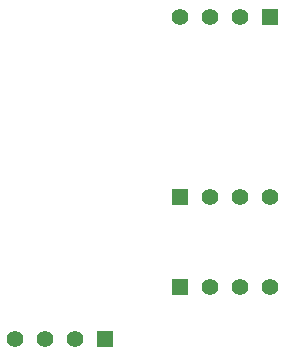
<source format=gbl>
G04 (created by PCBNEW (2013-mar-13)-testing) date Mon 02 Feb 2015 05:19:27 PM EST*
%MOIN*%
G04 Gerber Fmt 3.4, Leading zero omitted, Abs format*
%FSLAX34Y34*%
G01*
G70*
G90*
G04 APERTURE LIST*
%ADD10C,0.005906*%
%ADD11R,0.055000X0.055000*%
%ADD12C,0.055000*%
G04 APERTURE END LIST*
G54D10*
G54D11*
X61000Y-40000D03*
G54D12*
X62000Y-40000D03*
X63000Y-40000D03*
X64000Y-40000D03*
G54D11*
X64000Y-34000D03*
G54D12*
X63000Y-34000D03*
X62000Y-34000D03*
X61000Y-34000D03*
G54D11*
X58500Y-44750D03*
G54D12*
X57500Y-44750D03*
X56500Y-44750D03*
X55500Y-44750D03*
G54D11*
X61000Y-43000D03*
G54D12*
X62000Y-43000D03*
X63000Y-43000D03*
X64000Y-43000D03*
M02*

</source>
